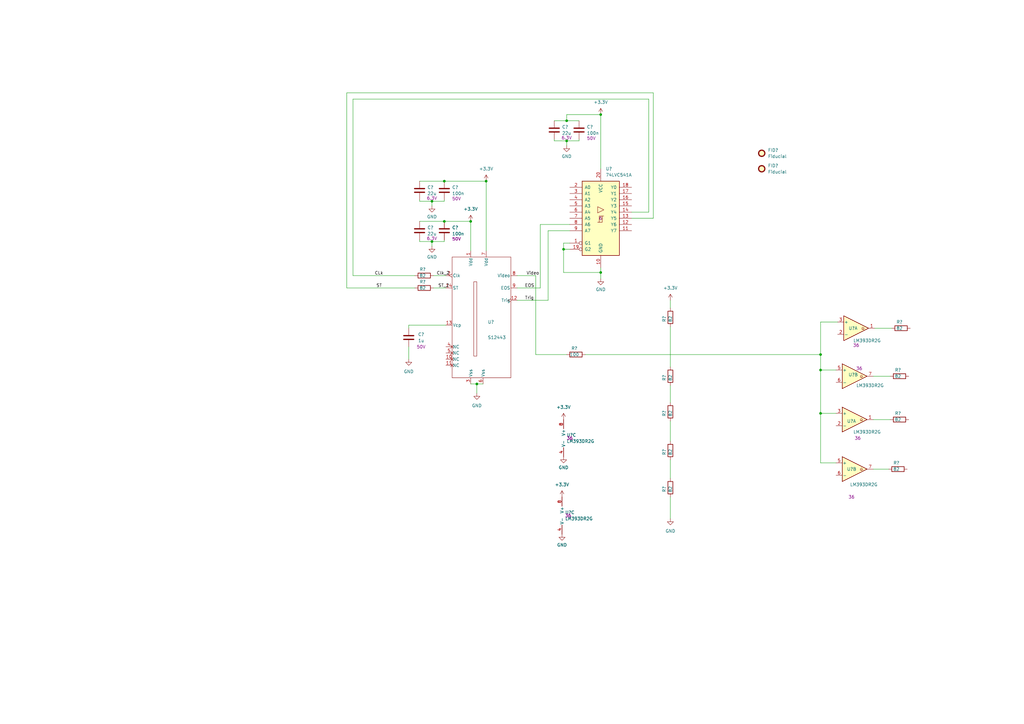
<source format=kicad_sch>
(kicad_sch (version 20211123) (generator eeschema)
  (paper "A3")
  (title_block (title "High Precision Position Sensor") (date "2023-01-29") (rev "1") (company "enGYneer") (comment 2 "www.gyurma.de") (comment 3 "www.enGYneer.de"))
  (lib_symbols
    (symbol "74xx:74HCT541" (pin_names (offset 1.016))
      (property "Reference" "U" (at -7.62 16.51 0))
      (property "Value" "74HCT541" (at -7.62 -16.51 0))
      (symbol "74HCT541_1_0"
        (polyline (pts (xy -0.635 -1.6002) (xy -0.635 0.9398) (xy 0.635 0.9398)))
        (polyline (pts (xy -1.27 -1.6002) (xy 0.635 -1.6002) (xy 0.635 0.9398) (xy 1.27 0.9398)))
        (polyline (pts (xy 1.27 3.4798) (xy -1.27 4.7498) (xy -1.27 2.2098) (xy 1.27 3.4798)) (stroke (width 0.1524)))
        (pin input inverted (at -12.7 -10.16 0) (length 5.08) (name "G1") (number "1"))
        (pin power_in line (at 0 -20.32 90) (length 5.08) (name "GND") (number "10"))
        (pin tri_state line (at 12.7 -5.08 180) (length 5.08) (name "Y7") (number "11"))
        (pin tri_state line (at 12.7 -2.54 180) (length 5.08) (name "Y6") (number "12"))
        (pin tri_state line (at 12.7 0 180) (length 5.08) (name "Y5") (number "13"))
        (pin tri_state line (at 12.7 2.54 180) (length 5.08) (name "Y4") (number "14"))
        (pin tri_state line (at 12.7 5.08 180) (length 5.08) (name "Y3") (number "15"))
        (pin tri_state line (at 12.7 7.62 180) (length 5.08) (name "Y2") (number "16"))
        (pin tri_state line (at 12.7 10.16 180) (length 5.08) (name "Y1") (number "17"))
        (pin tri_state line (at 12.7 12.7 180) (length 5.08) (name "Y0") (number "18"))
        (pin input inverted (at -12.7 -12.7 0) (length 5.08) (name "G2") (number "19"))
        (pin input line (at -12.7 12.7 0) (length 5.08) (name "A0") (number "2"))
        (pin power_in line (at 0 20.32 270) (length 5.08) (name "VCC") (number "20"))
        (pin input line (at -12.7 10.16 0) (length 5.08) (name "A1") (number "3"))
        (pin input line (at -12.7 7.62 0) (length 5.08) (name "A2") (number "4"))
        (pin input line (at -12.7 5.08 0) (length 5.08) (name "A3") (number "5"))
        (pin input line (at -12.7 2.54 0) (length 5.08) (name "A4") (number "6"))
        (pin input line (at -12.7 0 0) (length 5.08) (name "A5") (number "7"))
        (pin input line (at -12.7 -2.54 0) (length 5.08) (name "A6") (number "8"))
        (pin input line (at -12.7 -5.08 0) (length 5.08) (name "A7") (number "9"))
      )
      (symbol "74HCT541_1_1"
        (rectangle (start -7.62 15.24) (end 7.62 -15.24) (stroke (width 0.254)) (fill (type background)))
      )
    )
    (symbol "Comparator:LM393" (pin_names (offset 0.127))
      (property "Reference" "U" (at 3.81 3.81 0))
      (property "Value" "LM393" (at 6.35 -3.81 0))
      (symbol "LM393_1_1"
        (polyline (pts (xy -5.08 5.08) (xy 5.08 0) (xy -5.08 -5.08) (xy -5.08 5.08)) (stroke (width 0.254)) (fill (type background)))
        (polyline (pts (xy 3.302 -0.508) (xy 2.794 -0.508) (xy 3.302 0) (xy 2.794 0.508) (xy 2.286 0) (xy 2.794 -0.508) (xy 2.286 -0.508)) (stroke (width 0.127)))
        (pin open_collector line (at 7.62 0 180) (length 2.54) (name "~") (number "1"))
        (pin input line (at -7.62 -2.54 0) (length 2.54) (name "-") (number "2"))
        (pin input line (at -7.62 2.54 0) (length 2.54) (name "+") (number "3"))
      )
      (symbol "LM393_2_1"
        (polyline (pts (xy -5.08 5.08) (xy 5.08 0) (xy -5.08 -5.08) (xy -5.08 5.08)) (stroke (width 0.254)) (fill (type background)))
        (polyline (pts (xy 3.302 -0.508) (xy 2.794 -0.508) (xy 3.302 0) (xy 2.794 0.508) (xy 2.286 0) (xy 2.794 -0.508) (xy 2.286 -0.508)) (stroke (width 0.127)))
        (pin input line (at -7.62 2.54 0) (length 2.54) (name "+") (number "5"))
        (pin input line (at -7.62 -2.54 0) (length 2.54) (name "-") (number "6"))
        (pin open_collector line (at 7.62 0 180) (length 2.54) (name "~") (number "7"))
      )
      (symbol "LM393_3_1"
        (pin power_in line (at -2.54 -7.62 90) (length 3.81) (name "V-") (number "4"))
        (pin power_in line (at -2.54 7.62 270) (length 3.81) (name "V+") (number "8"))
      )
    )
    (symbol "Device:C" (pin_numbers hide) (pin_names (offset 0.254))
      (property "Reference" "C" (at 0.635 2.54 0))
      (property "Value" "C" (at 0.635 -2.54 0))
      (symbol "C_0_1"
        (polyline (pts (xy -2.032 -0.762) (xy 2.032 -0.762)) (stroke (width 0.508)))
        (polyline (pts (xy -2.032 0.762) (xy 2.032 0.762)) (stroke (width 0.508)))
      )
      (symbol "C_1_1"
        (pin passive line (at 0 3.81 270) (length 2.794) (name "~") (number "1"))
        (pin passive line (at 0 -3.81 90) (length 2.794) (name "~") (number "2"))
      )
    )
    (symbol "Device:R" (pin_numbers hide) (pin_names (offset 0))
      (property "Reference" "R" (at 2.032 0 90))
      (property "Value" "R" (at 0 0 90))
      (symbol "R_0_1"
        (rectangle (start -1.016 -2.54) (end 1.016 2.54) (stroke (width 0.254)))
      )
      (symbol "R_1_1"
        (pin passive line (at 0 3.81 270) (length 1.27) (name "~") (number "1"))
        (pin passive line (at 0 -3.81 90) (length 1.27) (name "~") (number "2"))
      )
    )
    (symbol "Mechanical:Fiducial"
      (property "Reference" "FID" (at 0 5.08 0))
      (property "Value" "Fiducial" (at 0 3.175 0))
      (symbol "Fiducial_0_1"
        (circle (center 0 0) (radius 1.27) (stroke (width 0.508)) (fill (type background)))
      )
    )
    (symbol "Sensor CMOS:S12443" (pin_names (offset 0.254))
      (property "Reference" "U" (at 5.08 -29.21 0))
      (property "Value" "S12443" (at 6.35 -33.02 0))
      (symbol "S12443_0_1"
        (rectangle (start -10.16 -5.08) (end 13.97 -54.61))
        (rectangle (start -1.27 -15.24) (end 0 -45.72))
      )
      (symbol "S12443_1_1"
        (pin power_in line (at -2.54 -2.54 270) (length 2.54) (name "Vdd") (number "1"))
        (pin unspecified non_logic (at -12.7 -46.99 0) (length 2.54) (name "NC") (number "10"))
        (pin unspecified non_logic (at -12.7 -49.53 0) (length 2.54) (name "NC") (number "11"))
        (pin output clock (at 16.51 -22.86 180) (length 2.54) (name "Trig") (number "12"))
        (pin bidirectional line (at -12.7 -33.02 0) (length 2.54) (name "Vcp") (number "13"))
        (pin input line (at -12.7 -17.78 0) (length 2.54) (name "ST") (number "14"))
        (pin input edge_clock_high (at -12.7 -12.7 0) (length 2.54) (name "Clk") (number "2"))
        (pin power_out line (at -2.54 -57.15 90) (length 2.54) (name "Vss") (number "3"))
        (pin unspecified non_logic (at -12.7 -41.91 0) (length 2.54) (name "NC") (number "4"))
        (pin unspecified non_logic (at -12.7 -44.45 0) (length 2.54) (name "NC") (number "5"))
        (pin power_out line (at 2.54 -57.15 90) (length 2.54) (name "Vss") (number "6"))
        (pin power_in line (at 3.81 -2.54 270) (length 2.54) (name "Vdd") (number "7"))
        (pin output line (at 16.51 -12.7 180) (length 2.54) (name "Video") (number "8"))
        (pin output line (at 16.51 -17.78 180) (length 2.54) (name "EOS") (number "9"))
      )
    )
    (symbol "power:+3.3V" (power) (pin_names (offset 0))
      (property "Value" "+3.3V" (at 0 3.556 0))
      (symbol "+3.3V_0_1"
        (polyline (pts (xy -0.762 1.27) (xy 0 2.54)))
        (polyline (pts (xy 0 0) (xy 0 2.54)))
        (polyline (pts (xy 0 2.54) (xy 0.762 1.27)))
      )
      (symbol "+3.3V_1_1"
        (pin power_in line (at 0 0 90) (length 0) hide (name "+3.3V") (number "1"))
      )
    )
    (symbol "power:GND" (power) (pin_names (offset 0))
      (property "Value" "GND" (at 0 -3.81 0))
      (symbol "GND_0_1"
        (polyline (pts (xy 0 0) (xy 0 -1.27) (xy 1.27 -1.27) (xy 0 -2.54) (xy -1.27 -1.27) (xy 0 -1.27)))
      )
      (symbol "GND_1_1"
        (pin power_in line (at 0 0 270) (length 0) hide (name "GND") (number "1"))
      )
    )
  )
  (junction (at 336.55 151.765))
  (junction (at 199.39 74.295))
  (junction (at 232.41 57.785))
  (junction (at 193.04 90.805))
  (junction (at 177.165 99.06))
  (junction (at 232.41 49.53))
  (junction (at 195.58 157.48))
  (junction (at 182.245 74.295))
  (junction (at 246.38 46.99))
  (junction (at 231.14 102.235))
  (junction (at 246.38 111.76))
  (junction (at 336.55 169.545))
  (junction (at 336.55 145.415))
  (junction (at 182.245 90.805))
  (junction (at 177.165 82.55))
  (wire (pts (xy 219.71 145.415) (xy 232.41 145.415)))
  (wire (pts (xy 182.245 99.06) (xy 177.165 99.06)))
  (wire (pts (xy 358.14 192.405) (xy 364.49 192.405)))
  (wire (pts (xy 221.615 92.075) (xy 221.615 118.11)))
  (wire (pts (xy 167.64 134.62) (xy 167.64 133.35)))
  (wire (pts (xy 246.38 111.76) (xy 246.38 114.3)))
  (wire (pts (xy 195.58 161.29) (xy 195.58 157.48)))
  (wire (pts (xy 227.33 49.53) (xy 232.41 49.53)))
  (wire (pts (xy 144.78 40.64) (xy 266.065 40.64)))
  (wire (pts (xy 342.9 189.865) (xy 336.55 189.865)))
  (wire (pts (xy 336.55 145.415) (xy 336.55 151.765)))
  (wire (pts (xy 233.68 99.695) (xy 231.14 99.695)))
  (wire (pts (xy 266.065 86.995) (xy 259.08 86.995)))
  (wire (pts (xy 246.38 109.855) (xy 246.38 111.76)))
  (wire (pts (xy 224.79 123.19) (xy 212.09 123.19)))
  (wire (pts (xy 182.245 98.425) (xy 182.245 99.06)))
  (wire (pts (xy 195.58 157.48) (xy 198.12 157.48)))
  (wire (pts (xy 142.24 118.11) (xy 170.18 118.11)))
  (wire (pts (xy 193.04 102.87) (xy 193.04 90.805)))
  (wire (pts (xy 182.245 81.915) (xy 182.245 82.55)))
  (wire (pts (xy 342.9 169.545) (xy 336.55 169.545)))
  (wire (pts (xy 182.245 90.805) (xy 193.04 90.805)))
  (wire (pts (xy 274.955 158.115) (xy 274.955 165.1)))
  (wire (pts (xy 177.8 113.03) (xy 182.88 113.03)))
  (wire (pts (xy 221.615 92.075) (xy 233.68 92.075)))
  (wire (pts (xy 336.55 189.865) (xy 336.55 169.545)))
  (wire (pts (xy 172.085 74.295) (xy 182.245 74.295)))
  (wire (pts (xy 177.165 84.455) (xy 177.165 82.55)))
  (wire (pts (xy 170.18 113.03) (xy 144.78 113.03)))
  (wire (pts (xy 177.165 100.965) (xy 177.165 99.06)))
  (wire (pts (xy 212.09 118.11) (xy 221.615 118.11)))
  (wire (pts (xy 144.78 113.03) (xy 144.78 40.64)))
  (wire (pts (xy 167.64 142.24) (xy 167.64 147.32)))
  (wire (pts (xy 237.49 57.15) (xy 237.49 57.785)))
  (wire (pts (xy 274.955 123.19) (xy 274.955 126.365)))
  (wire (pts (xy 231.14 99.695) (xy 231.14 102.235)))
  (wire (pts (xy 177.8 118.11) (xy 182.88 118.11)))
  (wire (pts (xy 274.955 203.835) (xy 274.955 212.725)))
  (wire (pts (xy 237.49 57.785) (xy 232.41 57.785)))
  (wire (pts (xy 267.97 38.1) (xy 142.24 38.1)))
  (wire (pts (xy 232.41 49.53) (xy 237.49 49.53)))
  (wire (pts (xy 358.14 154.305) (xy 365.125 154.305)))
  (wire (pts (xy 267.97 89.535) (xy 267.97 38.1)))
  (wire (pts (xy 342.9 151.765) (xy 336.55 151.765)))
  (wire (pts (xy 358.14 172.085) (xy 365.125 172.085)))
  (wire (pts (xy 172.085 82.55) (xy 172.085 81.915)))
  (wire (pts (xy 177.165 82.55) (xy 172.085 82.55)))
  (wire (pts (xy 142.24 38.1) (xy 142.24 118.11)))
  (wire (pts (xy 274.955 172.72) (xy 274.955 180.975)))
  (wire (pts (xy 336.55 132.08) (xy 336.55 145.415)))
  (wire (pts (xy 231.14 102.235) (xy 233.68 102.235)))
  (wire (pts (xy 177.165 99.06) (xy 172.085 99.06)))
  (wire (pts (xy 240.03 145.415) (xy 336.55 145.415)))
  (wire (pts (xy 219.71 113.03) (xy 219.71 145.415)))
  (wire (pts (xy 172.085 99.06) (xy 172.085 98.425)))
  (wire (pts (xy 172.085 90.805) (xy 182.245 90.805)))
  (wire (pts (xy 199.39 74.295) (xy 182.245 74.295)))
  (wire (pts (xy 232.41 46.99) (xy 232.41 49.53)))
  (wire (pts (xy 232.41 57.785) (xy 227.33 57.785)))
  (wire (pts (xy 182.245 82.55) (xy 177.165 82.55)))
  (wire (pts (xy 259.08 89.535) (xy 267.97 89.535)))
  (wire (pts (xy 246.38 69.215) (xy 246.38 46.99)))
  (wire (pts (xy 358.775 134.62) (xy 365.76 134.62)))
  (wire (pts (xy 274.955 188.595) (xy 274.955 196.215)))
  (wire (pts (xy 224.79 94.615) (xy 224.79 123.19)))
  (wire (pts (xy 336.55 151.765) (xy 336.55 169.545)))
  (wire (pts (xy 199.39 102.87) (xy 199.39 74.295)))
  (wire (pts (xy 233.68 94.615) (xy 224.79 94.615)))
  (wire (pts (xy 266.065 40.64) (xy 266.065 86.995)))
  (wire (pts (xy 246.38 46.99) (xy 232.41 46.99)))
  (wire (pts (xy 343.535 132.08) (xy 336.55 132.08)))
  (wire (pts (xy 231.14 102.235) (xy 231.14 111.76)))
  (wire (pts (xy 193.04 157.48) (xy 195.58 157.48)))
  (wire (pts (xy 274.955 133.985) (xy 274.955 150.495)))
  (wire (pts (xy 212.09 113.03) (xy 219.71 113.03)))
  (wire (pts (xy 232.41 59.69) (xy 232.41 57.785)))
  (wire (pts (xy 231.14 111.76) (xy 246.38 111.76)))
  (wire (pts (xy 167.64 133.35) (xy 182.88 133.35)))
  (wire (pts (xy 227.33 57.785) (xy 227.33 57.15)))
  (label "ST" (at 154.305 118.11 0))
  (label "ST_2" (at 179.705 118.11 0))
  (label "Video" (at 215.9 113.03 0))
  (label "EOS" (at 215.265 118.11 0))
  (label "Clk_2" (at 179.07 113.03 0))
  (label "Trig" (at 215.265 123.19 0))
  (label "CLk" (at 153.67 113.03 0))
  (symbol (lib_id "power:GND") (at 246.38 114.3 0) (unit 1)
    (property "Reference" "#PWR?" (effects hide))
    (property "Value" "GND" (at 246.38 118.745 0))
  )
  (symbol (lib_id "power:+3.3V") (at 230.505 203.835 0) (unit 1)
    (property "Reference" "#PWR?" (effects hide))
    (property "Value" "+3.3V" (at 230.505 198.755 0))
  )
  (symbol (lib_id "power:GND") (at 195.58 161.29 0) (unit 1)
    (property "Reference" "#PWR?" (effects hide))
    (property "Value" "GND" (at 195.58 166.37 0))
  )
  (symbol (lib_id "power:GND") (at 274.955 212.725 0) (unit 1)
    (property "Reference" "#PWR?" (effects hide))
    (property "Value" "GND" (at 274.955 217.805 0))
  )
  (symbol (lib_id "Comparator:LM393") (at 350.52 154.305 0) (unit 2)
    (property "Reference" "U?" (at 347.98 153.67 0) (effects (justify left)))
    (property "Value" "LM393DR2G" (at 351.155 158.115 0) (effects (justify left)))
    (property "Footprint" "Package_SO:SOIC-8_3.9x4.9mm_P1.27mm" (effects hide))
    (property "Datasheet" "http://www.ti.com/lit/ds/symlink/lm393.pdf" (effects hide))
    (property "Manufacturer" "onsemi" (effects hide))
    (property "ManufacturerPartNum" "LM393DR2G" (effects hide))
    (property "Sourcing" "JLCPCB" (effects hide))
    (property "SourcingPartNum" "C7955" (effects hide))
    (property "Umax" "36" (at 352.425 151.13 0))
  )
  (symbol (lib_id "power:+3.3V") (at 231.14 172.085 0) (unit 1)
    (property "Reference" "#PWR?" (effects hide))
    (property "Value" "+3.3V" (at 231.14 167.005 0))
  )
  (symbol (lib_id "power:GND") (at 177.165 100.965 0) (unit 1)
    (property "Reference" "#PWR?" (effects hide))
    (property "Value" "GND" (at 177.165 105.41 0))
  )
  (symbol (lib_id "Comparator:LM393") (at 233.68 179.705 0) (unit 3)
    (property "Reference" "U?" (at 232.41 178.4349 0) (effects (justify left)))
    (property "Value" "LM393DR2G" (at 232.41 180.9749 0) (effects (justify left)))
    (property "Footprint" "Package_SO:SOIC-8_3.9x4.9mm_P1.27mm" (effects hide))
    (property "Datasheet" "http://www.ti.com/lit/ds/symlink/lm393.pdf" (effects hide))
    (property "Manufacturer" "onsemi" (effects hide))
    (property "ManufacturerPartNum" "LM393DR2G" (effects hide))
    (property "Sourcing" "JLCPCB" (effects hide))
    (property "SourcingPartNum" "C7955" (effects hide))
    (property "Umax" "36" (at 233.68 179.705 0))
  )
  (symbol (lib_id "Sensor CMOS:S12443") (at 195.58 100.33 0) (unit 1)
    (property "Reference" "U?" (at 200.025 132.08 0) (effects (justify left)))
    (property "Value" "S12443" (at 200.025 138.43 0) (effects (justify left)))
    (property "Footprint" "SensorLibrary:s12443" (effects hide))
    (property "Datasheet" "https://www.hamamatsu.com/content/dam/hamamatsu-photonics/sites/documents/99_SALES_LIBRARY/ssd/s12443_kmpd1137e.pdf" (effects hide))
    (property "Manufacturer" "Hamamatsu" (effects hide))
    (property "ManufacturerPartNum" "S12443" (effects hide))
  )
  (symbol (lib_id "Device:R") (at 173.99 113.03 90) (unit 1)
    (property "Reference" "R?" (at 173.355 110.49 90))
    (property "Value" "82" (at 173.355 113.03 90))
    (property "Footprint" "Resistor_SMD:R_0603_1608Metric" (effects hide))
    (property "Datasheet" "https://datasheet.lcsc.com/lcsc/2206010100_UNI-ROYAL-Uniroyal-Elec-0603WAF820JT5E_C23255.pdf" (effects hide))
    (property "Manufacturer" "UNI-ROYAL" (effects hide))
    (property "ManufacturerPartNum" "0603WAF820JT5E" (effects hide))
    (property "Sourcing" "JLCPCB" (effects hide))
    (property "SourcingPartNum" "C23255" (effects hide))
  )
  (symbol (lib_id "Comparator:LM393") (at 351.155 134.62 0) (unit 1)
    (property "Reference" "U?" (at 349.885 134.62 0))
    (property "Value" "LM393DR2G" (at 355.6 139.7 0))
    (property "Footprint" "Package_SO:SOIC-8_3.9x4.9mm_P1.27mm" (effects hide))
    (property "Datasheet" "http://www.ti.com/lit/ds/symlink/lm393.pdf" (effects hide))
    (property "Manufacturer" "onsemi" (effects hide))
    (property "ManufacturerPartNum" "LM393DR2G" (effects hide))
    (property "Sourcing" "JLCPCB" (effects hide))
    (property "SourcingPartNum" "C7955" (effects hide))
    (property "Umax" "36" (at 351.155 141.605 0))
  )
  (symbol (lib_id "Comparator:LM393") (at 350.52 172.085 0) (unit 1)
    (property "Reference" "U?" (at 349.25 172.72 0))
    (property "Value" "LM393DR2G" (at 355.6 177.165 0))
    (property "Footprint" "Package_SO:SOIC-8_3.9x4.9mm_P1.27mm" (effects hide))
    (property "Datasheet" "http://www.ti.com/lit/ds/symlink/lm393.pdf" (effects hide))
    (property "Manufacturer" "onsemi" (effects hide))
    (property "ManufacturerPartNum" "LM393DR2G" (effects hide))
    (property "Sourcing" "JLCPCB" (effects hide))
    (property "SourcingPartNum" "C7955" (effects hide))
    (property "Umax" "36" (at 351.79 179.705 0))
  )
  (symbol (lib_id "Device:C") (at 182.245 94.615 0) (unit 1)
    (property "Reference" "C?" (at 185.42 93.3449 0) (effects (justify left)))
    (property "Value" "100n" (at 185.42 95.8849 0) (effects (justify left)))
    (property "Footprint" "Capacitor_SMD:C_0603_1608Metric" (effects hide))
    (property "Datasheet" "https://datasheet.lcsc.com/lcsc/1809301912_YAGEO-CC0603KRX7R9BB104_C14663.pdf" (effects hide))
    (property "Manufacturer" "Yageo" (effects hide))
    (property "ManufacturerPartNum" "CC0603KRX7R9BB104" (effects hide))
    (property "Sourcing" "JLCPCB" (effects hide))
    (property "SourcingPartNum" "C14663" (effects hide))
    (property "Umax" "50V" (at 187.2588 97.9897 0))
  )
  (symbol (lib_id "power:+3.3V") (at 199.39 74.295 0) (unit 1)
    (property "Reference" "#PWR?" (effects hide))
    (property "Value" "+3.3V" (at 199.39 69.215 0))
  )
  (symbol (lib_id "power:+3.3V") (at 274.955 123.19 0) (unit 1)
    (property "Reference" "#PWR?" (effects hide))
    (property "Value" "+3.3V" (at 274.955 118.11 0))
  )
  (symbol (lib_id "Device:R") (at 368.3 192.405 90) (unit 1)
    (property "Reference" "R?" (at 367.665 189.865 90))
    (property "Value" "82" (at 367.665 192.405 90))
    (property "Footprint" "Resistor_SMD:R_0603_1608Metric" (effects hide))
    (property "Datasheet" "https://datasheet.lcsc.com/lcsc/2206010100_UNI-ROYAL-Uniroyal-Elec-0603WAF820JT5E_C23255.pdf" (effects hide))
    (property "Manufacturer" "UNI-ROYAL" (effects hide))
    (property "ManufacturerPartNum" "0603WAF820JT5E" (effects hide))
    (property "Sourcing" "JLCPCB" (effects hide))
    (property "SourcingPartNum" "C23255" (effects hide))
  )
  (symbol (lib_id "Device:R") (at 274.955 130.175 180) (unit 1)
    (property "Reference" "R?" (at 272.415 130.81 90))
    (property "Value" "82" (at 274.955 130.81 90))
    (property "Footprint" "Resistor_SMD:R_0603_1608Metric" (effects hide))
    (property "Datasheet" "https://datasheet.lcsc.com/lcsc/2206010100_UNI-ROYAL-Uniroyal-Elec-0603WAF820JT5E_C23255.pdf" (effects hide))
    (property "Manufacturer" "UNI-ROYAL" (effects hide))
    (property "ManufacturerPartNum" "0603WAF820JT5E" (effects hide))
    (property "Sourcing" "JLCPCB" (effects hide))
    (property "SourcingPartNum" "C23255" (effects hide))
  )
  (symbol (lib_id "Device:R") (at 274.955 200.025 180) (unit 1)
    (property "Reference" "R?" (at 272.415 200.66 90))
    (property "Value" "82" (at 274.955 200.66 90))
    (property "Footprint" "Resistor_SMD:R_0603_1608Metric" (effects hide))
    (property "Datasheet" "https://datasheet.lcsc.com/lcsc/2206010100_UNI-ROYAL-Uniroyal-Elec-0603WAF820JT5E_C23255.pdf" (effects hide))
    (property "Manufacturer" "UNI-ROYAL" (effects hide))
    (property "ManufacturerPartNum" "0603WAF820JT5E" (effects hide))
    (property "Sourcing" "JLCPCB" (effects hide))
    (property "SourcingPartNum" "C23255" (effects hide))
  )
  (symbol (lib_id "Device:C") (at 237.49 53.34 0) (unit 1)
    (property "Reference" "C?" (at 240.665 52.0699 0) (effects (justify left)))
    (property "Value" "100n" (at 240.665 54.6099 0) (effects (justify left)))
    (property "Footprint" "Capacitor_SMD:C_0603_1608Metric" (effects hide))
    (property "Datasheet" "https://datasheet.lcsc.com/lcsc/1809301912_YAGEO-CC0603KRX7R9BB104_C14663.pdf" (effects hide))
    (property "Manufacturer" "Yageo" (effects hide))
    (property "ManufacturerPartNum" "CC0603KRX7R9BB104" (effects hide))
    (property "Sourcing" "JLCPCB" (effects hide))
    (property "SourcingPartNum" "C14663" (effects hide))
    (property "Umax" "50V" (at 242.5038 56.7147 0))
  )
  (symbol (lib_id "Device:R") (at 369.57 134.62 90) (unit 1)
    (property "Reference" "R?" (at 368.935 132.08 90))
    (property "Value" "82" (at 368.935 134.62 90))
    (property "Footprint" "Resistor_SMD:R_0603_1608Metric" (effects hide))
    (property "Datasheet" "https://datasheet.lcsc.com/lcsc/2206010100_UNI-ROYAL-Uniroyal-Elec-0603WAF820JT5E_C23255.pdf" (effects hide))
    (property "Manufacturer" "UNI-ROYAL" (effects hide))
    (property "ManufacturerPartNum" "0603WAF820JT5E" (effects hide))
    (property "Sourcing" "JLCPCB" (effects hide))
    (property "SourcingPartNum" "C23255" (effects hide))
  )
  (symbol (lib_id "Device:R") (at 274.955 184.785 180) (unit 1)
    (property "Reference" "R?" (at 272.415 185.42 90))
    (property "Value" "82" (at 274.955 185.42 90))
    (property "Footprint" "Resistor_SMD:R_0603_1608Metric" (effects hide))
    (property "Datasheet" "https://datasheet.lcsc.com/lcsc/2206010100_UNI-ROYAL-Uniroyal-Elec-0603WAF820JT5E_C23255.pdf" (effects hide))
    (property "Manufacturer" "UNI-ROYAL" (effects hide))
    (property "ManufacturerPartNum" "0603WAF820JT5E" (effects hide))
    (property "Sourcing" "JLCPCB" (effects hide))
    (property "SourcingPartNum" "C23255" (effects hide))
  )
  (symbol (lib_id "Mechanical:Fiducial") (at 312.42 69.215 0) (unit 1)
    (property "Reference" "FID?" (at 314.96 67.9449 0) (effects (justify left)))
    (property "Value" "Fiducial" (at 314.96 70.4849 0) (effects (justify left)))
    (property "Footprint" "Fiducial:Fiducial_1mm_Mask2mm" (effects hide))
  )
  (symbol (lib_id "Device:C") (at 172.085 94.615 0) (unit 1)
    (property "Reference" "C?" (at 175.26 93.3449 0) (effects (justify left)))
    (property "Value" "22u" (at 175.26 95.8849 0) (effects (justify left)))
    (property "Footprint" "Capacitor_SMD:C_0603_1608Metric" (effects hide))
    (property "Datasheet" "https://datasheet.lcsc.com/lcsc/1811151138_Samsung-Electro-Mechanics-CL10A226MQ8NRNC_C59461.pdf" (effects hide))
    (property "Manufacturer" "Samsung" (effects hide))
    (property "ManufacturerPartNum" "CL10A226MQ8NRNC" (effects hide))
    (property "Sourcing" "JLCPCB" (effects hide))
    (property "SourcingPartNum" "C59461" (effects hide))
    (property "Umax" "6.3V" (at 177.165 97.79 0))
  )
  (symbol (lib_id "power:GND") (at 231.14 187.325 0) (unit 1)
    (property "Reference" "#PWR?" (effects hide))
    (property "Value" "GND" (at 231.14 191.77 0))
  )
  (symbol (lib_id "Device:C") (at 167.64 138.43 0) (unit 1)
    (property "Reference" "C?" (at 171.45 137.1599 0) (effects (justify left)))
    (property "Value" "1u" (at 171.45 139.6999 0) (effects (justify left)))
    (property "Footprint" "Capacitor_SMD:C_0603_1608Metric" (effects hide))
    (property "Datasheet" "https://datasheet.lcsc.com/lcsc/1810261812_Samsung-Electro-Mechanics-CL10A105KB8NNNC_C15849.pdf" (effects hide))
    (property "Manufacturer" "Samsung" (effects hide))
    (property "Sourcing" "JLCPCB" (effects hide))
    (property "SourcingPartNum" "C15849" (effects hide))
    (property "ManufacturerPartNum" "CL10A105KB8NNNC" (effects hide))
    (property "Umax" "50V" (at 172.72 142.24 0))
  )
  (symbol (lib_id "Device:C") (at 182.245 78.105 0) (unit 1)
    (property "Reference" "C?" (at 185.42 76.8349 0) (effects (justify left)))
    (property "Value" "100n" (at 185.42 79.3749 0) (effects (justify left)))
    (property "Footprint" "Capacitor_SMD:C_0603_1608Metric" (effects hide))
    (property "Datasheet" "https://datasheet.lcsc.com/lcsc/1809301912_YAGEO-CC0603KRX7R9BB104_C14663.pdf" (effects hide))
    (property "Manufacturer" "Yageo" (effects hide))
    (property "ManufacturerPartNum" "CC0603KRX7R9BB104" (effects hide))
    (property "Sourcing" "JLCPCB" (effects hide))
    (property "SourcingPartNum" "C14663" (effects hide))
    (property "Umax" "50V" (at 187.2588 81.4797 0))
  )
  (symbol (lib_id "Comparator:LM393") (at 233.045 211.455 0) (unit 3)
    (property "Reference" "U?" (at 231.775 210.1849 0) (effects (justify left)))
    (property "Value" "LM393DR2G" (at 231.775 212.7249 0) (effects (justify left)))
    (property "Footprint" "Package_SO:SOIC-8_3.9x4.9mm_P1.27mm" (effects hide))
    (property "Datasheet" "http://www.ti.com/lit/ds/symlink/lm393.pdf" (effects hide))
    (property "Manufacturer" "onsemi" (effects hide))
    (property "ManufacturerPartNum" "LM393DR2G" (effects hide))
    (property "Sourcing" "JLCPCB" (effects hide))
    (property "SourcingPartNum" "C7955" (effects hide))
    (property "Umax" "36" (at 233.045 211.455 0))
  )
  (symbol (lib_id "power:GND") (at 232.41 59.69 0) (unit 1)
    (property "Reference" "#PWR?" (effects hide))
    (property "Value" "GND" (at 232.41 64.135 0))
  )
  (symbol (lib_id "Mechanical:Fiducial") (at 312.42 62.865 0) (unit 1)
    (property "Reference" "FID?" (at 314.96 61.5949 0) (effects (justify left)))
    (property "Value" "Fiducial" (at 314.96 64.1349 0) (effects (justify left)))
    (property "Footprint" "Fiducial:Fiducial_1mm_Mask2mm" (effects hide))
  )
  (symbol (lib_id "Device:R") (at 368.935 172.085 90) (unit 1)
    (property "Reference" "R?" (at 368.3 169.545 90))
    (property "Value" "82" (at 368.3 172.085 90))
    (property "Footprint" "Resistor_SMD:R_0603_1608Metric" (effects hide))
    (property "Datasheet" "https://datasheet.lcsc.com/lcsc/2206010100_UNI-ROYAL-Uniroyal-Elec-0603WAF820JT5E_C23255.pdf" (effects hide))
    (property "Manufacturer" "UNI-ROYAL" (effects hide))
    (property "ManufacturerPartNum" "0603WAF820JT5E" (effects hide))
    (property "Sourcing" "JLCPCB" (effects hide))
    (property "SourcingPartNum" "C23255" (effects hide))
  )
  (symbol (lib_id "Device:R") (at 236.22 145.415 90) (unit 1)
    (property "Reference" "R?" (at 235.585 142.875 90))
    (property "Value" "100" (at 235.585 145.415 90))
    (property "Footprint" "Resistor_SMD:R_0603_1608Metric" (effects hide))
    (property "Datasheet" "https://datasheet.lcsc.com/lcsc/2206010130_UNI-ROYAL-Uniroyal-Elec-0603WAF1000T5E_C22775.pdf" (effects hide))
    (property "Manufacturer" "UNI-ROYAL" (effects hide))
    (property "ManufacturerPartNum" "0603WAF1000T5E" (effects hide))
    (property "Sourcing" "JLCPCB" (effects hide))
    (property "SourcingPartNum" "C22775" (effects hide))
  )
  (symbol (lib_id "power:GND") (at 177.165 84.455 0) (unit 1)
    (property "Reference" "#PWR?" (effects hide))
    (property "Value" "GND" (at 177.165 88.9 0))
  )
  (symbol (lib_id "power:+3.3V") (at 246.38 46.99 0) (unit 1)
    (property "Reference" "#PWR?" (effects hide))
    (property "Value" "+3.3V" (at 246.38 41.91 0))
  )
  (symbol (lib_id "power:+3.3V") (at 193.04 90.805 0) (unit 1)
    (property "Reference" "#PWR?" (effects hide))
    (property "Value" "+3.3V" (at 193.04 85.725 0))
  )
  (symbol (lib_id "74xx:74HCT541") (at 246.38 89.535 0) (unit 1)
    (property "Reference" "U?" (at 248.3994 69.215 0) (effects (justify left)))
    (property "Value" "74LVC541A" (at 248.3994 71.755 0) (effects (justify left)))
    (property "Footprint" "Package_SO:TSSOP-20_4.4x6.5mm_P0.65mm" (effects hide))
    (property "Datasheet" "https://datasheet.lcsc.com/lcsc/1806121517_Nexperia-74LVC541APW-118_C6093.pdf" (effects hide))
    (property "Manufacturer" "NXP" (effects hide))
    (property "ManufacturerPartNum" "74LVC541A" (effects hide))
    (property "Sourcing" "JLCPCB" (effects hide))
    (property "SourcingPartNum" "C6093" (effects hide))
    (property "Umax" "6" (at 246.38 89.535 0))
  )
  (symbol (lib_id "Device:R") (at 274.955 168.91 180) (unit 1)
    (property "Reference" "R?" (at 272.415 169.545 90))
    (property "Value" "82" (at 274.955 169.545 90))
    (property "Footprint" "Resistor_SMD:R_0603_1608Metric" (effects hide))
    (property "Datasheet" "https://datasheet.lcsc.com/lcsc/2206010100_UNI-ROYAL-Uniroyal-Elec-0603WAF820JT5E_C23255.pdf" (effects hide))
    (property "Manufacturer" "UNI-ROYAL" (effects hide))
    (property "ManufacturerPartNum" "0603WAF820JT5E" (effects hide))
    (property "Sourcing" "JLCPCB" (effects hide))
    (property "SourcingPartNum" "C23255" (effects hide))
  )
  (symbol (lib_id "power:GND") (at 167.64 147.32 0) (unit 1)
    (property "Reference" "#PWR?" (effects hide))
    (property "Value" "GND" (at 167.64 152.4 0))
  )
  (symbol (lib_id "Device:R") (at 274.955 154.305 180) (unit 1)
    (property "Reference" "R?" (at 272.415 154.94 90))
    (property "Value" "82" (at 274.955 154.94 90))
    (property "Footprint" "Resistor_SMD:R_0603_1608Metric" (effects hide))
    (property "Datasheet" "https://datasheet.lcsc.com/lcsc/2206010100_UNI-ROYAL-Uniroyal-Elec-0603WAF820JT5E_C23255.pdf" (effects hide))
    (property "Manufacturer" "UNI-ROYAL" (effects hide))
    (property "ManufacturerPartNum" "0603WAF820JT5E" (effects hide))
    (property "Sourcing" "JLCPCB" (effects hide))
    (property "SourcingPartNum" "C23255" (effects hide))
  )
  (symbol (lib_id "Comparator:LM393") (at 350.52 192.405 0) (unit 2)
    (property "Reference" "U?" (at 347.345 192.405 0) (effects (justify left)))
    (property "Value" "LM393DR2G" (at 348.615 198.755 0) (effects (justify left)))
    (property "Footprint" "Package_SO:SOIC-8_3.9x4.9mm_P1.27mm" (effects hide))
    (property "Datasheet" "http://www.ti.com/lit/ds/symlink/lm393.pdf" (effects hide))
    (property "Manufacturer" "onsemi" (effects hide))
    (property "ManufacturerPartNum" "LM393DR2G" (effects hide))
    (property "Sourcing" "JLCPCB" (effects hide))
    (property "SourcingPartNum" "C7955" (effects hide))
    (property "Umax" "36" (at 349.25 203.835 0))
  )
  (symbol (lib_id "power:GND") (at 230.505 219.075 0) (unit 1)
    (property "Reference" "#PWR?" (effects hide))
    (property "Value" "GND" (at 230.505 223.52 0))
  )
  (symbol (lib_id "Device:R") (at 368.935 154.305 90) (unit 1)
    (property "Reference" "R?" (at 368.3 151.765 90))
    (property "Value" "82" (at 368.3 154.305 90))
    (property "Footprint" "Resistor_SMD:R_0603_1608Metric" (effects hide))
    (property "Datasheet" "https://datasheet.lcsc.com/lcsc/2206010100_UNI-ROYAL-Uniroyal-Elec-0603WAF820JT5E_C23255.pdf" (effects hide))
    (property "Manufacturer" "UNI-ROYAL" (effects hide))
    (property "ManufacturerPartNum" "0603WAF820JT5E" (effects hide))
    (property "Sourcing" "JLCPCB" (effects hide))
    (property "SourcingPartNum" "C23255" (effects hide))
  )
  (symbol (lib_id "Device:R") (at 173.99 118.11 90) (unit 1)
    (property "Reference" "R?" (at 173.355 115.57 90))
    (property "Value" "82" (at 173.355 118.11 90))
    (property "Footprint" "Resistor_SMD:R_0603_1608Metric" (effects hide))
    (property "Datasheet" "https://datasheet.lcsc.com/lcsc/2206010100_UNI-ROYAL-Uniroyal-Elec-0603WAF820JT5E_C23255.pdf" (effects hide))
    (property "Manufacturer" "UNI-ROYAL" (effects hide))
    (property "ManufacturerPartNum" "0603WAF820JT5E" (effects hide))
    (property "Sourcing" "JLCPCB" (effects hide))
    (property "SourcingPartNum" "C23255" (effects hide))
  )
  (symbol (lib_id "Device:C") (at 172.085 78.105 0) (unit 1)
    (property "Reference" "C?" (at 175.26 76.8349 0) (effects (justify left)))
    (property "Value" "22u" (at 175.26 79.3749 0) (effects (justify left)))
    (property "Footprint" "Capacitor_SMD:C_0603_1608Metric" (effects hide))
    (property "Datasheet" "https://datasheet.lcsc.com/lcsc/1811151138_Samsung-Electro-Mechanics-CL10A226MQ8NRNC_C59461.pdf" (effects hide))
    (property "Manufacturer" "Samsung" (effects hide))
    (property "ManufacturerPartNum" "CL10A226MQ8NRNC" (effects hide))
    (property "Sourcing" "JLCPCB" (effects hide))
    (property "SourcingPartNum" "C59461" (effects hide))
    (property "Umax" "6.3V" (at 177.165 81.28 0))
  )
  (symbol (lib_id "Device:C") (at 227.33 53.34 0) (unit 1)
    (property "Reference" "C?" (at 230.505 52.0699 0) (effects (justify left)))
    (property "Value" "22u" (at 230.505 54.6099 0) (effects (justify left)))
    (property "Footprint" "Capacitor_SMD:C_0603_1608Metric" (effects hide))
    (property "Datasheet" "https://datasheet.lcsc.com/lcsc/1811151138_Samsung-Electro-Mechanics-CL10A226MQ8NRNC_C59461.pdf" (effects hide))
    (property "Manufacturer" "Samsung" (effects hide))
    (property "ManufacturerPartNum" "CL10A226MQ8NRNC" (effects hide))
    (property "Sourcing" "JLCPCB" (effects hide))
    (property "SourcingPartNum" "C59461" (effects hide))
    (property "Umax" "6.3V" (at 232.41 56.515 0))
  )
)
</source>
